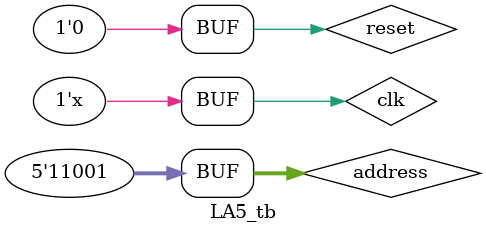
<source format=v>
`timescale 1ns / 1ps



module LA5_tb;

	// Inputs
	reg clk;
	reg reset;
	reg [4:0] address;
	/*reg [31:0] data_in11;
	reg [31:0] data_in12;
	reg [31:0] data_in13;
	reg [31:0] data_in14;
	reg [31:0] data_in15;
	reg [31:0] data_in21;
	reg [31:0] data_in22;
	reg [31:0] data_in23;
	reg [31:0] data_in24;
	reg [31:0] data_in25;
	reg [31:0] data_in31;
	reg [31:0] data_in32;
	reg [31:0] data_in33;
	reg [31:0] data_in34;
	reg [31:0] data_in35;
	reg [31:0] data_in41;
	reg [31:0] data_in42;
	reg [31:0] data_in43;
	reg [31:0] data_in44;
	reg [31:0] data_in45;
	reg [31:0] data_in51;
	reg [31:0] data_in52;
	reg [31:0] data_in53;
	reg [31:0] data_in54;
	reg [31:0] data_in55;*/

	// Outputs
	wire [31:0] identity11;
	wire [31:0] identity12;
	wire [31:0] identity13;
	wire [31:0] identity14;
	wire [31:0] identity15;
	wire [31:0] identity21;
	wire [31:0] identity22;
	wire [31:0] identity23;
	wire [31:0] identity24;
	wire [31:0] identity25;
	wire [31:0] identity31;
	wire [31:0] identity32;
	wire [31:0] identity33;
	wire [31:0] identity34;
	wire [31:0] identity35;
	wire [31:0] identity41;
	wire [31:0] identity42;
	wire [31:0] identity43;
	wire [31:0] identity44;
	wire [31:0] identity45;
	wire [31:0] identity51;
	wire [31:0] identity52;
	wire [31:0] identity53;
	wire [31:0] identity54;
	wire [31:0] identity55;
	wire [31:0] identity11d;
	wire [31:0] identity12d;
	wire [31:0] identity13d;
	wire [31:0] identity14d;
	wire [31:0] identity15d;
	wire [31:0] identity21d;
	wire [31:0] identity22d;
	wire [31:0] identity23d;
	wire [31:0] identity24d;
	wire [31:0] identity25d;
	wire [31:0] identity31d;
	wire [31:0] identity32d;
	wire [31:0] identity33d;
	wire [31:0] identity34d;
	wire [31:0] identity35d;
	wire [31:0] identity41d;
	wire [31:0] identity42d;
	wire [31:0] identity43d;
	wire [31:0] identity44d;
	wire [31:0] identity45d;
	wire [31:0] identity51d;
	wire [31:0] identity52d;
	wire [31:0] identity53d;
	wire [31:0] identity54d;
	wire [31:0] identity55d;
	
	wire [31:0] data_out;

	// Instantiate the Unit Under Test (UUT)
	LA5 uut (
		.clk(clk), 
		.address(address),
		.data_out(data_out),
		.reset(reset),
		/*.data_in11(data_in11), 
		.data_in12(data_in12), 
		.data_in13(data_in13), 
		.data_in14(data_in14), 
		.data_in15(data_in15), 
		.data_in21(data_in21), 
		.data_in22(data_in22), 
		.data_in23(data_in23), 
		.data_in24(data_in24), 
		.data_in25(data_in25), 
		.data_in31(data_in31), 
		.data_in32(data_in32), 
		.data_in33(data_in33), 
		.data_in34(data_in34), 
		.data_in35(data_in35), 
		.data_in41(data_in41), 
		.data_in42(data_in42), 
		.data_in43(data_in43), 
		.data_in44(data_in44), 
		.data_in45(data_in45), 
		.data_in51(data_in51), 
		.data_in52(data_in52), 
		.data_in53(data_in53), 
		.data_in54(data_in54), 
		.data_in55(data_in55), */
		.identity11(identity11), 
		.identity12(identity12), 
		.identity13(identity13), 
		.identity14(identity14), 
		.identity15(identity15), 
		.identity21(identity21), 
		.identity22(identity22), 
		.identity23(identity23), 
		.identity24(identity24), 
		.identity25(identity25), 
		.identity31(identity31), 
		.identity32(identity32), 
		.identity33(identity33), 
		.identity34(identity34), 
		.identity35(identity35), 
		.identity41(identity41), 
		.identity42(identity42), 
		.identity43(identity43), 
		.identity44(identity44), 
		.identity45(identity45), 
		.identity51(identity51), 
		.identity52(identity52), 
		.identity53(identity53), 
		.identity54(identity54), 
		.identity55(identity55), 
		.identity11d(identity11d), 
		.identity12d(identity12d), 
		.identity13d(identity13d), 
		.identity14d(identity14d), 
		.identity15d(identity15d), 
		.identity21d(identity21d), 
		.identity22d(identity22d), 
		.identity23d(identity23d), 
		.identity24d(identity24d), 
		.identity25d(identity25d), 
		.identity31d(identity31d), 
		.identity32d(identity32d), 
		.identity33d(identity33d), 
		.identity34d(identity34d), 
		.identity35d(identity35d), 
		.identity41d(identity41d), 
		.identity42d(identity42d), 
		.identity43d(identity43d), 
		.identity44d(identity44d), 
		.identity45d(identity45d), 
		.identity51d(identity51d), 
		.identity52d(identity52d), 
		.identity53d(identity53d), 
		.identity54d(identity54d), 
		.identity55d(identity55d)
	);
	
	always #100 clk = ~clk;

	initial 
	begin
		clk = 0;
		reset=0;
		
		#50;
		address = 5'd0;
		
		#200;
		address = 5'd1;
		
		#200;
		address = 5'd2;
		
		#200;
		address = 5'd3;
		
		#200;
		address = 5'd4;
		
		#200;
		address = 5'd5;
		
		#200;
		address = 5'd6;
		
		#200;
		address = 5'd7;
		
		#200;
		address = 5'd8;
		#200;
		address = 5'd9;
		#200;
		address = 5'd10;
		#200;
		address = 5'd11;
		#200;
		address = 5'd12;
		
		#200;
		address = 5'd13;
		
		#200;
		address = 5'd14;
		#200;
		address = 5'd15;
		#200;
		address = 5'd16;
		#200;
		address = 5'd17;
		#200;
		address = 5'd18;
		#200;
		address = 5'd19;
		#200;
		address = 5'd20;
		#200;
		address = 5'd21;
		#200;
		address = 5'd22;
		#200;
		address = 5'd23;
		#200;
		address = 5'd24;
		#200;
		address = 5'd25;
		#200;
		reset=1'b1;
		#200;
		
		reset=1'b0;
		
		
		/*data_in11 = 0;
		data_in12 = 0;
		data_in13 = 0;
		data_in14 = 0;
		data_in15 = 0;
		data_in21 = 0;
		data_in22 = 0;
		data_in23 = 0;
		data_in24 = 0;
		data_in25 = 0;
		data_in31 = 0;
		data_in32 = 0;
		data_in33 = 0;
		data_in34 = 0;
		data_in35 = 0;
		data_in41 = 0;
		data_in42 = 0;
		data_in43 = 0;
		data_in44 = 0;
		data_in45 = 0;
		data_in51 = 0;
		data_in52 = 0;
		data_in53 = 0;
		data_in54 = 0;
		data_in55 = 0;*/

		/*data_in11 = 32'd1;
		data_in12 = 32'd0;
		data_in13 = 32'd0;
		data_in14 = 32'd0;
		data_in15 = 32'd0;
		data_in21 = 32'd0;
		data_in22 = 32'd1;
		data_in23 = 32'd0;
		data_in24 = 32'd0;
		data_in25 = 32'd0;
		data_in31 = 32'd0;
		data_in32 = 32'd0;
		data_in33 = 32'd1;
		data_in34 = 32'd2;
		data_in35 = 32'd3;
		data_in41 = 32'd0;
		data_in42 = 32'd0;
		data_in43 = 32'd0;
		data_in44 = 32'd1;
		data_in45 = 32'd4;
		data_in51 = 32'd0;
		data_in52 = 32'd0;
		data_in53 = 32'd5;
		data_in54 = 32'd6;
		data_in55 = 32'd0;*/

	end
      
endmodule


/*1111111111111111111111

  data_in11 = 32'd1;
		data_in12 = 32'd0;
		data_in13 = 32'd0;
		data_in14 = 32'd0;
		data_in15 = 32'd0;
		data_in21 = 32'd0;
		data_in22 = 32'd1;
		data_in23 = 32'd0;
		data_in24 = 32'd0;
		data_in25 = 32'd0;
		data_in31 = 32'd0;
		data_in32 = 32'd0;
		data_in33 = 32'd5;
		data_in34 = 32'd15;
		data_in35 = 32'd10;
		data_in41 = 32'd0;
		data_in42 = 32'd0;
		data_in43 = 32'd0;
		data_in44 = 32'd3;
		data_in45 = 32'd6;
		data_in51 = 32'd0;
		data_in52 = 32'd0;
		data_in53 = 32'd2;
		data_in54 = 32'd0;
		data_in55 = 32'd8;
		
*/

</source>
